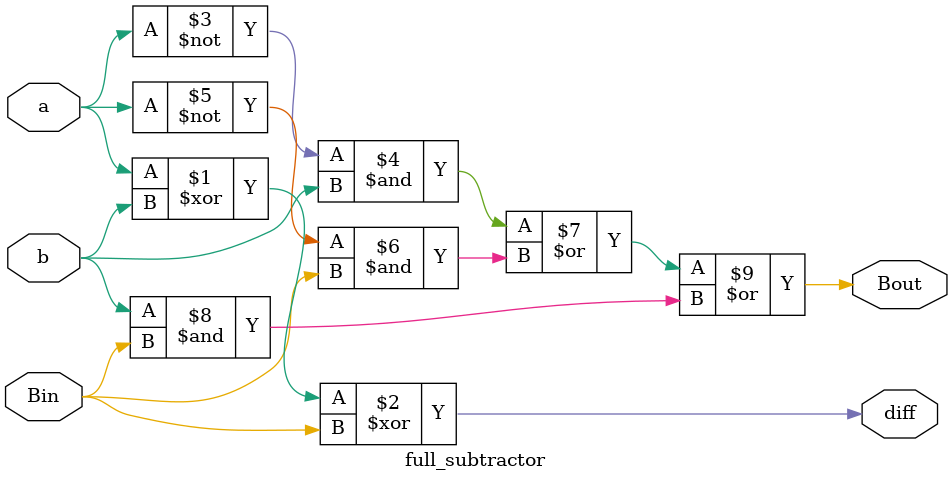
<source format=v>
module full_subtractor(output diff,Bout,input a,b,Bin);
assign diff=a^b^Bin;
assign Bout=((~a)&b)|((~a)&Bin)|(b&Bin);
endmodule
</source>
